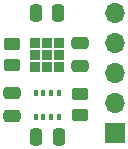
<source format=gbr>
%TF.GenerationSoftware,KiCad,Pcbnew,8.0.1*%
%TF.CreationDate,2024-05-03T15:12:59-07:00*%
%TF.ProjectId,DAWN_sensor_pcb,4441574e-5f73-4656-9e73-6f725f706362,rev?*%
%TF.SameCoordinates,Original*%
%TF.FileFunction,Soldermask,Top*%
%TF.FilePolarity,Negative*%
%FSLAX46Y46*%
G04 Gerber Fmt 4.6, Leading zero omitted, Abs format (unit mm)*
G04 Created by KiCad (PCBNEW 8.0.1) date 2024-05-03 15:12:59*
%MOMM*%
%LPD*%
G01*
G04 APERTURE LIST*
G04 Aperture macros list*
%AMRoundRect*
0 Rectangle with rounded corners*
0 $1 Rounding radius*
0 $2 $3 $4 $5 $6 $7 $8 $9 X,Y pos of 4 corners*
0 Add a 4 corners polygon primitive as box body*
4,1,4,$2,$3,$4,$5,$6,$7,$8,$9,$2,$3,0*
0 Add four circle primitives for the rounded corners*
1,1,$1+$1,$2,$3*
1,1,$1+$1,$4,$5*
1,1,$1+$1,$6,$7*
1,1,$1+$1,$8,$9*
0 Add four rect primitives between the rounded corners*
20,1,$1+$1,$2,$3,$4,$5,0*
20,1,$1+$1,$4,$5,$6,$7,0*
20,1,$1+$1,$6,$7,$8,$9,0*
20,1,$1+$1,$8,$9,$2,$3,0*%
G04 Aperture macros list end*
%ADD10RoundRect,0.250000X-0.250000X-0.475000X0.250000X-0.475000X0.250000X0.475000X-0.250000X0.475000X0*%
%ADD11R,0.350000X0.500000*%
%ADD12R,0.850000X0.850000*%
%ADD13O,1.700000X1.700000*%
%ADD14R,1.700000X1.700000*%
%ADD15RoundRect,0.250000X-0.450000X0.262500X-0.450000X-0.262500X0.450000X-0.262500X0.450000X0.262500X0*%
%ADD16RoundRect,0.250000X0.450000X-0.262500X0.450000X0.262500X-0.450000X0.262500X-0.450000X-0.262500X0*%
%ADD17RoundRect,0.250000X0.475000X-0.250000X0.475000X0.250000X-0.475000X0.250000X-0.475000X-0.250000X0*%
%ADD18RoundRect,0.250000X0.250000X0.475000X-0.250000X0.475000X-0.250000X-0.475000X0.250000X-0.475000X0*%
%ADD19RoundRect,0.250000X-0.475000X0.250000X-0.475000X-0.250000X0.475000X-0.250000X0.475000X0.250000X0*%
G04 APERTURE END LIST*
D10*
%TO.C,C4*%
X141603750Y-71891250D03*
X143503750Y-71891250D03*
%TD*%
D11*
%TO.C,U2*%
X141528750Y-68141250D03*
X142178750Y-68141250D03*
X142828750Y-68141250D03*
X143478750Y-68141250D03*
X143478750Y-70191250D03*
X142828750Y-70191250D03*
X142178750Y-70191250D03*
X141528750Y-70191250D03*
%TD*%
D12*
%TO.C,U1*%
X141453750Y-66016250D03*
X142503750Y-66016250D03*
X143553750Y-66016250D03*
X143553750Y-64966250D03*
X143553750Y-63916250D03*
X142503750Y-63916250D03*
X141453750Y-63916250D03*
X141453750Y-64966250D03*
X142503750Y-64966250D03*
%TD*%
D13*
%TO.C,J1*%
X148253750Y-61416250D03*
X148253750Y-63956250D03*
X148253750Y-66496250D03*
X148253750Y-69036250D03*
D14*
X148253750Y-71576250D03*
%TD*%
D15*
%TO.C,R3*%
X139503750Y-64003750D03*
X139503750Y-65828750D03*
%TD*%
D16*
%TO.C,R4*%
X145253750Y-70053750D03*
X145253750Y-68228750D03*
%TD*%
D17*
%TO.C,C3*%
X139503750Y-70091250D03*
X139503750Y-68191250D03*
%TD*%
D18*
%TO.C,C2*%
X143453750Y-61416250D03*
X141553750Y-61416250D03*
%TD*%
D19*
%TO.C,C1*%
X145253750Y-63966250D03*
X145253750Y-65866250D03*
%TD*%
M02*

</source>
